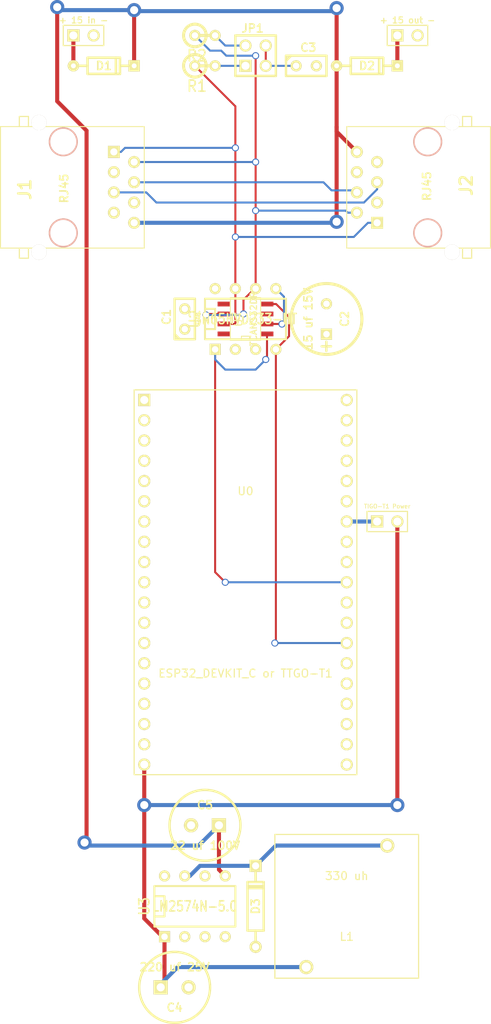
<source format=kicad_pcb>
(kicad_pcb (version 3) (host pcbnew "(22-Jun-2014 BZR 4027)-stable")

  (general
    (links 58)
    (no_connects 25)
    (area 106.108499 16.256 168.211501 145.821401)
    (thickness 1.6)
    (drawings 0)
    (tracks 129)
    (zones 0)
    (modules 21)
    (nets 18)
  )

  (page A3)
  (layers
    (15 F.Cu signal)
    (0 B.Cu signal)
    (16 B.Adhes user)
    (17 F.Adhes user)
    (18 B.Paste user)
    (19 F.Paste user)
    (20 B.SilkS user)
    (21 F.SilkS user)
    (22 B.Mask user)
    (23 F.Mask user)
    (24 Dwgs.User user)
    (25 Cmts.User user)
    (26 Eco1.User user)
    (27 Eco2.User user)
    (28 Edge.Cuts user)
  )

  (setup
    (last_trace_width 0.254)
    (user_trace_width 0.508)
    (trace_clearance 0.254)
    (zone_clearance 0.508)
    (zone_45_only no)
    (trace_min 0.254)
    (segment_width 0.2)
    (edge_width 0.1)
    (via_size 0.889)
    (via_drill 0.635)
    (via_min_size 0.889)
    (via_min_drill 0.508)
    (user_via 1.778 1.016)
    (uvia_size 0.508)
    (uvia_drill 0.127)
    (uvias_allowed no)
    (uvia_min_size 0.508)
    (uvia_min_drill 0.127)
    (pcb_text_width 0.3)
    (pcb_text_size 1.5 1.5)
    (mod_edge_width 0.15)
    (mod_text_size 1 1)
    (mod_text_width 0.15)
    (pad_size 1.524 1.524)
    (pad_drill 1.016)
    (pad_to_mask_clearance 0)
    (aux_axis_origin 0 0)
    (visible_elements 7FFFFFFF)
    (pcbplotparams
      (layerselection 3178497)
      (usegerberextensions true)
      (excludeedgelayer true)
      (linewidth 0.150000)
      (plotframeref false)
      (viasonmask false)
      (mode 1)
      (useauxorigin false)
      (hpglpennumber 1)
      (hpglpenspeed 20)
      (hpglpendiameter 15)
      (hpglpenoverlay 2)
      (psnegative false)
      (psa4output false)
      (plotreference true)
      (plotvalue true)
      (plotothertext true)
      (plotinvisibletext false)
      (padsonsilk false)
      (subtractmaskfromsilk false)
      (outputformat 1)
      (mirror false)
      (drillshape 1)
      (scaleselection 1)
      (outputdirectory ""))
  )

  (net 0 "")
  (net 1 +12V)
  (net 2 +5V)
  (net 3 "/CAN Transceiver/CANH")
  (net 4 "/CAN Transceiver/CANL")
  (net 5 "/CAN Transceiver/CAN_RX")
  (net 6 "/CAN Transceiver/CAN_TX")
  (net 7 3V3)
  (net 8 GND)
  (net 9 N-000003)
  (net 10 N-0000040)
  (net 11 N-0000041)
  (net 12 N-0000042)
  (net 13 N-0000044)
  (net 14 N-0000048)
  (net 15 N-0000049)
  (net 16 N-0000050)
  (net 17 N-0000052)

  (net_class Default "This is the default net class."
    (clearance 0.254)
    (trace_width 0.254)
    (via_dia 0.889)
    (via_drill 0.635)
    (uvia_dia 0.508)
    (uvia_drill 0.127)
    (add_net "")
    (add_net +12V)
    (add_net +5V)
    (add_net "/CAN Transceiver/CANH")
    (add_net "/CAN Transceiver/CANL")
    (add_net "/CAN Transceiver/CAN_RX")
    (add_net "/CAN Transceiver/CAN_TX")
    (add_net 3V3)
    (add_net GND)
    (add_net N-000003)
    (add_net N-0000040)
    (add_net N-0000041)
    (add_net N-0000042)
    (add_net N-0000044)
    (add_net N-0000048)
    (add_net N-0000049)
    (add_net N-0000050)
    (add_net N-0000052)
  )

  (module PIN_ARRAY_2X1 (layer F.Cu) (tedit 5C81D2B5) (tstamp 5C81D193)
    (at 154.94 82.55)
    (descr "Connecteurs 2 pins")
    (tags "CONN DEV")
    (path /5C81CE8C)
    (fp_text reference JP0 (at 0 -1.905) (layer F.SilkS) hide
      (effects (font (size 0.762 0.762) (thickness 0.1524)))
    )
    (fp_text value "TIGO-T1 Power" (at 0 -1.905) (layer F.SilkS)
      (effects (font (size 0.508 0.508) (thickness 0.1016)))
    )
    (fp_line (start -2.54 1.27) (end -2.54 -1.27) (layer F.SilkS) (width 0.1524))
    (fp_line (start -2.54 -1.27) (end 2.54 -1.27) (layer F.SilkS) (width 0.1524))
    (fp_line (start 2.54 -1.27) (end 2.54 1.27) (layer F.SilkS) (width 0.1524))
    (fp_line (start 2.54 1.27) (end -2.54 1.27) (layer F.SilkS) (width 0.1524))
    (pad 1 thru_hole rect (at -1.27 0) (size 1.524 1.524) (drill 1.016)
      (layers *.Cu *.Mask F.SilkS)
      (net 9 N-000003)
    )
    (pad 2 thru_hole circle (at 1.27 0) (size 1.524 1.524) (drill 1.016)
      (layers *.Cu *.Mask F.SilkS)
      (net 2 +5V)
    )
    (model pin_array/pins_array_2x1.wrl
      (at (xyz 0 0 0))
      (scale (xyz 1 1 1))
      (rotate (xyz 0 0 0))
    )
  )

  (module ESP32-Devkit-C (layer F.Cu) (tedit 5C81D2E8) (tstamp 5C81D1C1)
    (at 137.16 90.17)
    (path /5C81CCAA)
    (fp_text reference U0 (at 0 -11.43) (layer F.SilkS)
      (effects (font (size 1 1) (thickness 0.15)))
    )
    (fp_text value "ESP32_DEVKIT_C or TTGO-T1" (at 0 11.43) (layer F.SilkS)
      (effects (font (size 1 1) (thickness 0.15)))
    )
    (fp_line (start -13.97 -24.13) (end 13.97 -24.13) (layer F.SilkS) (width 0.15))
    (fp_line (start 13.97 -24.13) (end 13.97 24.13) (layer F.SilkS) (width 0.15))
    (fp_line (start 13.97 24.13) (end -13.97 24.13) (layer F.SilkS) (width 0.15))
    (fp_line (start -13.97 24.13) (end -13.97 -24.13) (layer F.SilkS) (width 0.15))
    (pad 1 thru_hole rect (at -12.7 -22.86) (size 1.524 1.524) (drill 1.016)
      (layers *.Cu *.Mask F.SilkS)
      (net 7 3V3)
    )
    (pad 2 thru_hole circle (at -12.7 -20.32) (size 1.524 1.524) (drill 1.016)
      (layers *.Cu *.Mask F.SilkS)
    )
    (pad 3 thru_hole circle (at -12.7 -17.78) (size 1.524 1.524) (drill 1.016)
      (layers *.Cu *.Mask F.SilkS)
    )
    (pad 4 thru_hole circle (at -12.7 -15.24) (size 1.524 1.524) (drill 1.016)
      (layers *.Cu *.Mask F.SilkS)
    )
    (pad 5 thru_hole circle (at -12.7 -12.7) (size 1.524 1.524) (drill 1.016)
      (layers *.Cu *.Mask F.SilkS)
    )
    (pad 6 thru_hole circle (at -12.7 -10.16) (size 1.524 1.524) (drill 1.016)
      (layers *.Cu *.Mask F.SilkS)
    )
    (pad 7 thru_hole circle (at -12.7 -7.62) (size 1.524 1.524) (drill 1.016)
      (layers *.Cu *.Mask F.SilkS)
    )
    (pad 8 thru_hole circle (at -12.7 -5.08) (size 1.524 1.524) (drill 1.016)
      (layers *.Cu *.Mask F.SilkS)
    )
    (pad 9 thru_hole circle (at -12.7 -2.54) (size 1.524 1.524) (drill 1.016)
      (layers *.Cu *.Mask F.SilkS)
    )
    (pad 10 thru_hole circle (at -12.7 0) (size 1.524 1.524) (drill 1.016)
      (layers *.Cu *.Mask F.SilkS)
    )
    (pad 11 thru_hole circle (at -12.7 2.54) (size 1.524 1.524) (drill 1.016)
      (layers *.Cu *.Mask F.SilkS)
    )
    (pad 12 thru_hole circle (at -12.7 5.08) (size 1.524 1.524) (drill 1.016)
      (layers *.Cu *.Mask F.SilkS)
    )
    (pad 13 thru_hole circle (at -12.7 7.62) (size 1.524 1.524) (drill 1.016)
      (layers *.Cu *.Mask F.SilkS)
    )
    (pad 14 thru_hole circle (at -12.7 10.16) (size 1.524 1.524) (drill 1.016)
      (layers *.Cu *.Mask F.SilkS)
      (net 8 GND)
    )
    (pad 15 thru_hole circle (at -12.7 12.7) (size 1.524 1.524) (drill 1.016)
      (layers *.Cu *.Mask F.SilkS)
    )
    (pad 16 thru_hole circle (at -12.7 15.24) (size 1.524 1.524) (drill 1.016)
      (layers *.Cu *.Mask F.SilkS)
    )
    (pad 17 thru_hole circle (at -12.7 17.78) (size 1.524 1.524) (drill 1.016)
      (layers *.Cu *.Mask F.SilkS)
    )
    (pad 18 thru_hole circle (at -12.7 20.32) (size 1.524 1.524) (drill 1.016)
      (layers *.Cu *.Mask F.SilkS)
    )
    (pad 19 thru_hole circle (at -12.7 22.86) (size 1.524 1.524) (drill 1.016)
      (layers *.Cu *.Mask F.SilkS)
      (net 2 +5V)
    )
    (pad 20 thru_hole circle (at 12.7 22.86) (size 1.524 1.524) (drill 1.016)
      (layers *.Cu *.Mask F.SilkS)
    )
    (pad 21 thru_hole circle (at 12.7 20.32) (size 1.524 1.524) (drill 1.016)
      (layers *.Cu *.Mask F.SilkS)
    )
    (pad 22 thru_hole circle (at 12.7 17.78) (size 1.524 1.524) (drill 1.016)
      (layers *.Cu *.Mask F.SilkS)
    )
    (pad 23 thru_hole circle (at 12.7 15.24) (size 1.524 1.524) (drill 1.016)
      (layers *.Cu *.Mask F.SilkS)
    )
    (pad 24 thru_hole circle (at 12.7 12.7) (size 1.524 1.524) (drill 1.016)
      (layers *.Cu *.Mask F.SilkS)
    )
    (pad 25 thru_hole circle (at 12.7 10.16) (size 1.524 1.524) (drill 1.016)
      (layers *.Cu *.Mask F.SilkS)
    )
    (pad 26 thru_hole circle (at 12.7 7.62) (size 1.524 1.524) (drill 1.016)
      (layers *.Cu *.Mask F.SilkS)
      (net 5 "/CAN Transceiver/CAN_RX")
    )
    (pad 27 thru_hole circle (at 12.7 5.08) (size 1.524 1.524) (drill 1.016)
      (layers *.Cu *.Mask F.SilkS)
    )
    (pad 28 thru_hole circle (at 12.7 2.54) (size 1.524 1.524) (drill 1.016)
      (layers *.Cu *.Mask F.SilkS)
    )
    (pad 29 thru_hole circle (at 12.7 0) (size 1.524 1.524) (drill 1.016)
      (layers *.Cu *.Mask F.SilkS)
      (net 6 "/CAN Transceiver/CAN_TX")
    )
    (pad 30 thru_hole circle (at 12.7 -2.54) (size 1.524 1.524) (drill 1.016)
      (layers *.Cu *.Mask F.SilkS)
    )
    (pad 31 thru_hole circle (at 12.7 -5.08) (size 1.524 1.524) (drill 1.016)
      (layers *.Cu *.Mask F.SilkS)
    )
    (pad 32 thru_hole circle (at 12.7 -7.62) (size 1.524 1.524) (drill 1.016)
      (layers *.Cu *.Mask F.SilkS)
      (net 9 N-000003)
    )
    (pad 33 thru_hole circle (at 12.7 -10.16) (size 1.524 1.524) (drill 1.016)
      (layers *.Cu *.Mask F.SilkS)
    )
    (pad 34 thru_hole circle (at 12.7 -12.7) (size 1.524 1.524) (drill 1.016)
      (layers *.Cu *.Mask F.SilkS)
    )
    (pad 35 thru_hole circle (at 12.7 -15.24) (size 1.524 1.524) (drill 1.016)
      (layers *.Cu *.Mask F.SilkS)
    )
    (pad 36 thru_hole circle (at 12.7 -17.78) (size 1.524 1.524) (drill 1.016)
      (layers *.Cu *.Mask F.SilkS)
    )
    (pad 37 thru_hole circle (at 12.7 -20.32) (size 1.524 1.524) (drill 1.016)
      (layers *.Cu *.Mask F.SilkS)
    )
    (pad 38 thru_hole circle (at 12.7 -22.86) (size 1.524 1.524) (drill 1.016)
      (layers *.Cu *.Mask F.SilkS)
      (net 8 GND)
    )
  )

  (module SOIC-8_N (layer F.Cu) (tedit 515D92CB) (tstamp 5C82A056)
    (at 137.16 57.15 90)
    (descr "module CMS SOJ 8 pins etroit")
    (tags "CMS SOJ")
    (path /5C828AE5/5C828C17)
    (attr smd)
    (fp_text reference U1 (at 0 -0.889 90) (layer F.SilkS)
      (effects (font (size 1 1) (thickness 0.15)))
    )
    (fp_text value TCAN332DR (at 0 1.016 90) (layer F.SilkS)
      (effects (font (size 0.8 0.8) (thickness 0.15)))
    )
    (fp_line (start -2.667 1.778) (end -2.667 1.905) (layer F.SilkS) (width 0.127))
    (fp_line (start -2.667 1.905) (end 2.667 1.905) (layer F.SilkS) (width 0.127))
    (fp_line (start 2.667 -1.905) (end -2.667 -1.905) (layer F.SilkS) (width 0.127))
    (fp_line (start -2.667 -1.905) (end -2.667 1.778) (layer F.SilkS) (width 0.127))
    (fp_line (start -2.667 -0.508) (end -2.159 -0.508) (layer F.SilkS) (width 0.127))
    (fp_line (start -2.159 -0.508) (end -2.159 0.508) (layer F.SilkS) (width 0.127))
    (fp_line (start -2.159 0.508) (end -2.667 0.508) (layer F.SilkS) (width 0.127))
    (fp_line (start 2.667 -1.905) (end 2.667 1.905) (layer F.SilkS) (width 0.127))
    (pad 8 smd rect (at -1.875 -2.7 90) (size 0.6 1.6)
      (layers F.Cu F.Paste F.Mask)
    )
    (pad 1 smd rect (at -1.875 2.7 90) (size 0.6 1.6)
      (layers F.Cu F.Paste F.Mask)
      (net 6 "/CAN Transceiver/CAN_TX")
    )
    (pad 7 smd rect (at -0.625 -2.7 90) (size 0.6 1.6)
      (layers F.Cu F.Paste F.Mask)
      (net 3 "/CAN Transceiver/CANH")
    )
    (pad 6 smd rect (at 0.625 -2.7 90) (size 0.6 1.6)
      (layers F.Cu F.Paste F.Mask)
      (net 4 "/CAN Transceiver/CANL")
    )
    (pad 5 smd rect (at 1.875 -2.7 90) (size 0.6 1.6)
      (layers F.Cu F.Paste F.Mask)
    )
    (pad 2 smd rect (at -0.625 2.7 90) (size 0.6 1.6)
      (layers F.Cu F.Paste F.Mask)
      (net 8 GND)
    )
    (pad 3 smd rect (at 0.625 2.7 90) (size 0.6 1.6)
      (layers F.Cu F.Paste F.Mask)
      (net 7 3V3)
    )
    (pad 4 smd rect (at 1.875 2.7 90) (size 0.6 1.6)
      (layers F.Cu F.Paste F.Mask)
      (net 5 "/CAN Transceiver/CAN_RX")
    )
    (model smd/cms_so8.wrl
      (at (xyz 0 0 0))
      (scale (xyz 0.5 0.32 0.5))
      (rotate (xyz 0 0 0))
    )
  )

  (module ScrewTerm2.54-2 (layer F.Cu) (tedit 594CFC1E) (tstamp 5C82A060)
    (at 116.84 21.59)
    (descr "Connecteurs 2 pins")
    (tags "CONN DEV")
    (path /5C828AE5/5C82965E)
    (fp_text reference T1 (at -2.7 -1.9) (layer F.SilkS) hide
      (effects (font (size 0.762 0.762) (thickness 0.1524)))
    )
    (fp_text value "+ 15 in -" (at 0 -1.905) (layer F.SilkS)
      (effects (font (size 0.762 0.762) (thickness 0.1524)))
    )
    (fp_line (start -2.54 1.27) (end -2.54 -1.27) (layer F.SilkS) (width 0.1524))
    (fp_line (start -2.54 -1.27) (end 2.54 -1.27) (layer F.SilkS) (width 0.1524))
    (fp_line (start 2.54 -1.27) (end 2.54 1.27) (layer F.SilkS) (width 0.1524))
    (fp_line (start 2.54 1.27) (end -2.54 1.27) (layer F.SilkS) (width 0.1524))
    (pad 1 thru_hole rect (at -1.27 0 90) (size 1.524 1.524) (drill 1.016)
      (layers *.Cu *.Mask F.SilkS)
      (net 12 N-0000042)
    )
    (pad 2 thru_hole circle (at 1.27 0 90) (size 1.524 1.524) (drill 1.016)
      (layers *.Cu *.Mask F.SilkS)
      (net 8 GND)
    )
    (model walter/conn_screw/mors_2p.wrl
      (at (xyz 0 0 0))
      (scale (xyz 0.5 0.5 0.5))
      (rotate (xyz 0 0 180))
    )
  )

  (module ScrewTerm2.54-2 (layer F.Cu) (tedit 594CFC1E) (tstamp 5C82A06A)
    (at 157.48 21.59)
    (descr "Connecteurs 2 pins")
    (tags "CONN DEV")
    (path /5C828AE5/5C829479)
    (fp_text reference T2 (at -2.7 -1.9) (layer F.SilkS) hide
      (effects (font (size 0.762 0.762) (thickness 0.1524)))
    )
    (fp_text value "+ 15 out -" (at 0 -1.905) (layer F.SilkS)
      (effects (font (size 0.762 0.762) (thickness 0.1524)))
    )
    (fp_line (start -2.54 1.27) (end -2.54 -1.27) (layer F.SilkS) (width 0.1524))
    (fp_line (start -2.54 -1.27) (end 2.54 -1.27) (layer F.SilkS) (width 0.1524))
    (fp_line (start 2.54 -1.27) (end 2.54 1.27) (layer F.SilkS) (width 0.1524))
    (fp_line (start 2.54 1.27) (end -2.54 1.27) (layer F.SilkS) (width 0.1524))
    (pad 1 thru_hole rect (at -1.27 0 90) (size 1.524 1.524) (drill 1.016)
      (layers *.Cu *.Mask F.SilkS)
      (net 13 N-0000044)
    )
    (pad 2 thru_hole circle (at 1.27 0 90) (size 1.524 1.524) (drill 1.016)
      (layers *.Cu *.Mask F.SilkS)
      (net 8 GND)
    )
    (model walter/conn_screw/mors_2p.wrl
      (at (xyz 0 0 0))
      (scale (xyz 0.5 0.5 0.5))
      (rotate (xyz 0 0 180))
    )
  )

  (module RJ45_8N-S (layer F.Cu) (tedit 58F90078) (tstamp 5C82A084)
    (at 114.3 40.64 270)
    (tags RJ45)
    (path /5C828AE5/5C829180)
    (fp_text reference J1 (at 0.254 4.826 270) (layer F.SilkS)
      (effects (font (size 1.524 1.524) (thickness 0.3048)))
    )
    (fp_text value RJ45 (at 0.14224 -0.1016 270) (layer F.SilkS)
      (effects (font (size 1.00076 1.00076) (thickness 0.2032)))
    )
    (fp_line (start -7.62 5.5118) (end -8.89 5.5118) (layer F.SilkS) (width 0.15))
    (fp_line (start -8.89 5.5118) (end -8.89 4.3688) (layer F.SilkS) (width 0.15))
    (fp_line (start -8.89 4.3688) (end -7.62 4.3688) (layer F.SilkS) (width 0.15))
    (fp_line (start 7.62 5.5118) (end 8.89 5.5118) (layer F.SilkS) (width 0.15))
    (fp_line (start 8.89 5.5118) (end 8.89 4.3688) (layer F.SilkS) (width 0.15))
    (fp_line (start 8.89 4.3688) (end 7.62 4.3688) (layer F.SilkS) (width 0.15))
    (fp_line (start -7.62 7.874) (end 7.62 7.874) (layer F.SilkS) (width 0.127))
    (fp_line (start 7.62 7.874) (end 7.62 -10.16) (layer F.SilkS) (width 0.127))
    (fp_line (start 7.62 -10.16) (end -7.62 -10.16) (layer F.SilkS) (width 0.127))
    (fp_line (start -7.62 -10.16) (end -7.62 7.874) (layer F.SilkS) (width 0.127))
    (pad "" np_thru_hole circle (at 5.715 0 270) (size 3.64998 3.64998) (drill 3.2512)
      (layers *.Cu *.SilkS *.Mask)
    )
    (pad "" np_thru_hole circle (at -5.715 0 270) (size 3.64998 3.64998) (drill 3.2512)
      (layers *.Cu *.SilkS *.Mask)
    )
    (pad 1 thru_hole rect (at -4.445 -6.35 270) (size 1.50114 1.50114) (drill 0.89916)
      (layers *.Cu *.Mask F.SilkS)
      (net 3 "/CAN Transceiver/CANH")
    )
    (pad 2 thru_hole circle (at -3.175 -8.89 270) (size 1.50114 1.50114) (drill 0.89916)
      (layers *.Cu *.Mask F.SilkS)
      (net 4 "/CAN Transceiver/CANL")
    )
    (pad 3 thru_hole circle (at -1.905 -6.35 270) (size 1.50114 1.50114) (drill 0.89916)
      (layers *.Cu *.Mask F.SilkS)
      (net 8 GND)
    )
    (pad 4 thru_hole circle (at -0.635 -8.89 270) (size 1.50114 1.50114) (drill 0.89916)
      (layers *.Cu *.Mask F.SilkS)
      (net 10 N-0000040)
    )
    (pad 5 thru_hole circle (at 0.635 -6.35 270) (size 1.50114 1.50114) (drill 0.89916)
      (layers *.Cu *.Mask F.SilkS)
      (net 11 N-0000041)
    )
    (pad 6 thru_hole circle (at 1.905 -8.89 270) (size 1.50114 1.50114) (drill 0.89916)
      (layers *.Cu *.Mask F.SilkS)
      (net 8 GND)
    )
    (pad 7 thru_hole circle (at 3.175 -6.35 270) (size 1.50114 1.50114) (drill 0.89916)
      (layers *.Cu *.Mask F.SilkS)
      (net 8 GND)
    )
    (pad 8 thru_hole circle (at 4.445 -8.89 270) (size 1.50114 1.50114) (drill 0.89916)
      (layers *.Cu *.Mask F.SilkS)
      (net 1 +12V)
    )
    (pad "" thru_hole circle (at -8.128 3.048 270) (size 1.9304 1.9304) (drill 1.9304)
      (layers *.Cu *.Mask F.SilkS)
    )
    (pad "" thru_hole circle (at 8.128 3.048 270) (size 1.9304 1.9304) (drill 1.9304)
      (layers *.Cu *.Mask F.SilkS)
    )
    (model connectors/RJ45_8.wrl
      (at (xyz 0 0 0))
      (scale (xyz 0.4 0.4 0.4))
      (rotate (xyz 0 0 0))
    )
  )

  (module RJ45_8N-S (layer F.Cu) (tedit 58F90078) (tstamp 5C82A09E)
    (at 160.02 40.64 90)
    (tags RJ45)
    (path /5C828AE5/5C829171)
    (fp_text reference J2 (at 0.254 4.826 90) (layer F.SilkS)
      (effects (font (size 1.524 1.524) (thickness 0.3048)))
    )
    (fp_text value RJ45 (at 0.14224 -0.1016 90) (layer F.SilkS)
      (effects (font (size 1.00076 1.00076) (thickness 0.2032)))
    )
    (fp_line (start -7.62 5.5118) (end -8.89 5.5118) (layer F.SilkS) (width 0.15))
    (fp_line (start -8.89 5.5118) (end -8.89 4.3688) (layer F.SilkS) (width 0.15))
    (fp_line (start -8.89 4.3688) (end -7.62 4.3688) (layer F.SilkS) (width 0.15))
    (fp_line (start 7.62 5.5118) (end 8.89 5.5118) (layer F.SilkS) (width 0.15))
    (fp_line (start 8.89 5.5118) (end 8.89 4.3688) (layer F.SilkS) (width 0.15))
    (fp_line (start 8.89 4.3688) (end 7.62 4.3688) (layer F.SilkS) (width 0.15))
    (fp_line (start -7.62 7.874) (end 7.62 7.874) (layer F.SilkS) (width 0.127))
    (fp_line (start 7.62 7.874) (end 7.62 -10.16) (layer F.SilkS) (width 0.127))
    (fp_line (start 7.62 -10.16) (end -7.62 -10.16) (layer F.SilkS) (width 0.127))
    (fp_line (start -7.62 -10.16) (end -7.62 7.874) (layer F.SilkS) (width 0.127))
    (pad "" np_thru_hole circle (at 5.715 0 90) (size 3.64998 3.64998) (drill 3.2512)
      (layers *.Cu *.SilkS *.Mask)
    )
    (pad "" np_thru_hole circle (at -5.715 0 90) (size 3.64998 3.64998) (drill 3.2512)
      (layers *.Cu *.SilkS *.Mask)
    )
    (pad 1 thru_hole rect (at -4.445 -6.35 90) (size 1.50114 1.50114) (drill 0.89916)
      (layers *.Cu *.Mask F.SilkS)
      (net 3 "/CAN Transceiver/CANH")
    )
    (pad 2 thru_hole circle (at -3.175 -8.89 90) (size 1.50114 1.50114) (drill 0.89916)
      (layers *.Cu *.Mask F.SilkS)
      (net 4 "/CAN Transceiver/CANL")
    )
    (pad 3 thru_hole circle (at -1.905 -6.35 90) (size 1.50114 1.50114) (drill 0.89916)
      (layers *.Cu *.Mask F.SilkS)
      (net 8 GND)
    )
    (pad 4 thru_hole circle (at -0.635 -8.89 90) (size 1.50114 1.50114) (drill 0.89916)
      (layers *.Cu *.Mask F.SilkS)
      (net 10 N-0000040)
    )
    (pad 5 thru_hole circle (at 0.635 -6.35 90) (size 1.50114 1.50114) (drill 0.89916)
      (layers *.Cu *.Mask F.SilkS)
      (net 11 N-0000041)
    )
    (pad 6 thru_hole circle (at 1.905 -8.89 90) (size 1.50114 1.50114) (drill 0.89916)
      (layers *.Cu *.Mask F.SilkS)
      (net 8 GND)
    )
    (pad 7 thru_hole circle (at 3.175 -6.35 90) (size 1.50114 1.50114) (drill 0.89916)
      (layers *.Cu *.Mask F.SilkS)
      (net 8 GND)
    )
    (pad 8 thru_hole circle (at 4.445 -8.89 90) (size 1.50114 1.50114) (drill 0.89916)
      (layers *.Cu *.Mask F.SilkS)
      (net 1 +12V)
    )
    (pad "" thru_hole circle (at -8.128 3.048 90) (size 1.9304 1.9304) (drill 1.9304)
      (layers *.Cu *.Mask F.SilkS)
    )
    (pad "" thru_hole circle (at 8.128 3.048 90) (size 1.9304 1.9304) (drill 1.9304)
      (layers *.Cu *.Mask F.SilkS)
    )
    (model connectors/RJ45_8.wrl
      (at (xyz 0 0 0))
      (scale (xyz 0.4 0.4 0.4))
      (rotate (xyz 0 0 0))
    )
  )

  (module R1 (layer F.Cu) (tedit 200000) (tstamp 5C82A0A6)
    (at 132.08 21.59)
    (descr "Resistance verticale")
    (tags R)
    (path /5C828AE5/5C828FA2)
    (autoplace_cost90 10)
    (autoplace_cost180 10)
    (fp_text reference R2 (at -1.016 2.54) (layer F.SilkS)
      (effects (font (size 1.397 1.27) (thickness 0.2032)))
    )
    (fp_text value "60 Ohms" (at -1.143 2.54) (layer F.SilkS) hide
      (effects (font (size 1.397 1.27) (thickness 0.2032)))
    )
    (fp_line (start -1.27 0) (end 1.27 0) (layer F.SilkS) (width 0.381))
    (fp_circle (center -1.27 0) (end -0.635 1.27) (layer F.SilkS) (width 0.381))
    (pad 1 thru_hole circle (at -1.27 0) (size 1.397 1.397) (drill 0.8128)
      (layers *.Cu *.Mask F.SilkS)
      (net 4 "/CAN Transceiver/CANL")
    )
    (pad 2 thru_hole circle (at 1.27 0) (size 1.397 1.397) (drill 0.8128)
      (layers *.Cu *.Mask F.SilkS)
      (net 14 N-0000048)
    )
    (model discret/verti_resistor.wrl
      (at (xyz 0 0 0))
      (scale (xyz 1 1 1))
      (rotate (xyz 0 0 0))
    )
  )

  (module R1 (layer F.Cu) (tedit 200000) (tstamp 5C82A0AE)
    (at 132.08 25.4)
    (descr "Resistance verticale")
    (tags R)
    (path /5C828AE5/5C828F93)
    (autoplace_cost90 10)
    (autoplace_cost180 10)
    (fp_text reference R1 (at -1.016 2.54) (layer F.SilkS)
      (effects (font (size 1.397 1.27) (thickness 0.2032)))
    )
    (fp_text value "60 Ohms" (at -1.143 2.54) (layer F.SilkS) hide
      (effects (font (size 1.397 1.27) (thickness 0.2032)))
    )
    (fp_line (start -1.27 0) (end 1.27 0) (layer F.SilkS) (width 0.381))
    (fp_circle (center -1.27 0) (end -0.635 1.27) (layer F.SilkS) (width 0.381))
    (pad 1 thru_hole circle (at -1.27 0) (size 1.397 1.397) (drill 0.8128)
      (layers *.Cu *.Mask F.SilkS)
      (net 3 "/CAN Transceiver/CANH")
    )
    (pad 2 thru_hole circle (at 1.27 0) (size 1.397 1.397) (drill 0.8128)
      (layers *.Cu *.Mask F.SilkS)
      (net 15 N-0000049)
    )
    (model discret/verti_resistor.wrl
      (at (xyz 0 0 0))
      (scale (xyz 1 1 1))
      (rotate (xyz 0 0 0))
    )
  )

  (module PIN_ARRAY_2X2 (layer F.Cu) (tedit 3FAB87D4) (tstamp 5C82A0BA)
    (at 138.43 24.13)
    (descr "Double rangee de contacts 2 x 2 pins")
    (tags CONN)
    (path /5C828AE5/5C829002)
    (fp_text reference JP1 (at -0.381 -3.429) (layer F.SilkS)
      (effects (font (size 1.016 1.016) (thickness 0.2032)))
    )
    (fp_text value Termination (at 0 3.048) (layer F.SilkS) hide
      (effects (font (size 1.016 1.016) (thickness 0.2032)))
    )
    (fp_line (start -2.54 -2.54) (end 2.54 -2.54) (layer F.SilkS) (width 0.3048))
    (fp_line (start 2.54 -2.54) (end 2.54 2.54) (layer F.SilkS) (width 0.3048))
    (fp_line (start 2.54 2.54) (end -2.54 2.54) (layer F.SilkS) (width 0.3048))
    (fp_line (start -2.54 2.54) (end -2.54 -2.54) (layer F.SilkS) (width 0.3048))
    (pad 1 thru_hole rect (at -1.27 1.27) (size 1.524 1.524) (drill 1.016)
      (layers *.Cu *.Mask F.SilkS)
      (net 15 N-0000049)
    )
    (pad 2 thru_hole circle (at -1.27 -1.27) (size 1.524 1.524) (drill 1.016)
      (layers *.Cu *.Mask F.SilkS)
      (net 14 N-0000048)
    )
    (pad 3 thru_hole circle (at 1.27 1.27) (size 1.524 1.524) (drill 1.016)
      (layers *.Cu *.Mask F.SilkS)
      (net 16 N-0000050)
    )
    (pad 4 thru_hole circle (at 1.27 -1.27) (size 1.524 1.524) (drill 1.016)
      (layers *.Cu *.Mask F.SilkS)
      (net 16 N-0000050)
    )
    (model pin_array/pins_array_2x2.wrl
      (at (xyz 0 0 0))
      (scale (xyz 1 1 1))
      (rotate (xyz 0 0 0))
    )
  )

  (module PE-LowProfile (layer F.Cu) (tedit 5C7D3398) (tstamp 5C82A0C4)
    (at 149.86 130.81 180)
    (path /5C828B13/5C829D66)
    (fp_text reference L1 (at 0 -3.81 180) (layer F.SilkS)
      (effects (font (size 1 1) (thickness 0.15)))
    )
    (fp_text value "330 uh" (at 0 3.81 180) (layer F.SilkS)
      (effects (font (size 1 1) (thickness 0.15)))
    )
    (fp_line (start -9.015 -9.015) (end 9.015 -9.015) (layer F.SilkS) (width 0.15))
    (fp_line (start 9.015 -9.015) (end 9.015 9.015) (layer F.SilkS) (width 0.15))
    (fp_line (start 9.015 9.015) (end -9.015 9.015) (layer F.SilkS) (width 0.15))
    (fp_line (start -9.015 9.015) (end -9.015 -9.015) (layer F.SilkS) (width 0.15))
    (pad 1 thru_hole circle (at 5.08 -7.62 180) (size 1.78 1.78) (drill 1.14)
      (layers *.Cu *.Mask F.SilkS)
      (net 2 +5V)
    )
    (pad 2 thru_hole circle (at -5.08 7.62 180) (size 1.78 1.78) (drill 1.14)
      (layers *.Cu *.Mask F.SilkS)
      (net 17 N-0000052)
    )
  )

  (module DO-41 (layer F.Cu) (tedit 4C5F69ED) (tstamp 5C82A0D6)
    (at 138.43 130.81 90)
    (descr "Diode 3 pas")
    (tags "DIODE DEV")
    (path /5C828B13/5C829D75)
    (fp_text reference D3 (at 0 0 90) (layer F.SilkS)
      (effects (font (size 1.016 1.016) (thickness 0.2032)))
    )
    (fp_text value SB160-E3/54 (at 0 0 90) (layer F.SilkS) hide
      (effects (font (size 1.016 1.016) (thickness 0.2032)))
    )
    (fp_line (start -3.81 0) (end -5.08 0) (layer F.SilkS) (width 0.3175))
    (fp_line (start 3.81 0) (end 5.08 0) (layer F.SilkS) (width 0.3175))
    (fp_line (start 3.81 0) (end 3.048 0) (layer F.SilkS) (width 0.3175))
    (fp_line (start 3.048 0) (end 3.048 -1.016) (layer F.SilkS) (width 0.3048))
    (fp_line (start 3.048 -1.016) (end -3.048 -1.016) (layer F.SilkS) (width 0.3048))
    (fp_line (start -3.048 -1.016) (end -3.048 0) (layer F.SilkS) (width 0.3048))
    (fp_line (start -3.048 0) (end -3.81 0) (layer F.SilkS) (width 0.3048))
    (fp_line (start -3.048 0) (end -3.048 1.016) (layer F.SilkS) (width 0.3048))
    (fp_line (start -3.048 1.016) (end 3.048 1.016) (layer F.SilkS) (width 0.3048))
    (fp_line (start 3.048 1.016) (end 3.048 0) (layer F.SilkS) (width 0.3048))
    (fp_line (start 2.54 -1.016) (end 2.54 1.016) (layer F.SilkS) (width 0.3048))
    (fp_line (start 2.286 1.016) (end 2.286 -1.016) (layer F.SilkS) (width 0.3048))
    (pad 2 thru_hole rect (at 5.08 0 90) (size 1.524 1.524) (drill 0.889)
      (layers *.Cu *.Mask F.SilkS)
      (net 17 N-0000052)
    )
    (pad 1 thru_hole circle (at -5.08 0 90) (size 1.524 1.524) (drill 0.889)
      (layers *.Cu *.Mask F.SilkS)
      (net 8 GND)
    )
  )

  (module DO-35 (layer F.Cu) (tedit 4C5F69DC) (tstamp 5C82A0E3)
    (at 152.4 25.4)
    (descr "Diode 3 pas")
    (tags "DIODE DEV")
    (path /5C828AE5/5C829535)
    (fp_text reference D2 (at 0 0) (layer F.SilkS)
      (effects (font (size 1.016 1.016) (thickness 0.2032)))
    )
    (fp_text value SB240E (at 0 0) (layer F.SilkS) hide
      (effects (font (size 1.016 1.016) (thickness 0.2032)))
    )
    (fp_line (start 2.032 0) (end 3.81 0) (layer F.SilkS) (width 0.3175))
    (fp_line (start -2.032 0) (end -3.81 0) (layer F.SilkS) (width 0.3175))
    (fp_line (start 1.524 -1.016) (end 1.524 1.016) (layer F.SilkS) (width 0.3175))
    (fp_line (start -2.032 -1.016) (end -2.032 1.016) (layer F.SilkS) (width 0.3175))
    (fp_line (start -2.032 1.016) (end 2.032 1.016) (layer F.SilkS) (width 0.3175))
    (fp_line (start 2.032 1.016) (end 2.032 -1.016) (layer F.SilkS) (width 0.3175))
    (fp_line (start 2.032 -1.016) (end -2.032 -1.016) (layer F.SilkS) (width 0.3175))
    (pad 2 thru_hole rect (at 3.81 0) (size 1.4224 1.4224) (drill 0.6096)
      (layers *.Cu *.Mask F.SilkS)
      (net 13 N-0000044)
    )
    (pad 1 thru_hole circle (at -3.81 0) (size 1.4224 1.4224) (drill 0.6096)
      (layers *.Cu *.Mask F.SilkS)
      (net 1 +12V)
    )
    (model discret/diode.wrl
      (at (xyz 0 0 0))
      (scale (xyz 0.3 0.3 0.3))
      (rotate (xyz 0 0 0))
    )
  )

  (module DO-35 (layer F.Cu) (tedit 4C5F69DC) (tstamp 5C82A0F0)
    (at 119.38 25.4)
    (descr "Diode 3 pas")
    (tags "DIODE DEV")
    (path /5C828AE5/5C8297A7)
    (fp_text reference D1 (at 0 0) (layer F.SilkS)
      (effects (font (size 1.016 1.016) (thickness 0.2032)))
    )
    (fp_text value SB240E (at 0 0) (layer F.SilkS) hide
      (effects (font (size 1.016 1.016) (thickness 0.2032)))
    )
    (fp_line (start 2.032 0) (end 3.81 0) (layer F.SilkS) (width 0.3175))
    (fp_line (start -2.032 0) (end -3.81 0) (layer F.SilkS) (width 0.3175))
    (fp_line (start 1.524 -1.016) (end 1.524 1.016) (layer F.SilkS) (width 0.3175))
    (fp_line (start -2.032 -1.016) (end -2.032 1.016) (layer F.SilkS) (width 0.3175))
    (fp_line (start -2.032 1.016) (end 2.032 1.016) (layer F.SilkS) (width 0.3175))
    (fp_line (start 2.032 1.016) (end 2.032 -1.016) (layer F.SilkS) (width 0.3175))
    (fp_line (start 2.032 -1.016) (end -2.032 -1.016) (layer F.SilkS) (width 0.3175))
    (pad 2 thru_hole rect (at 3.81 0) (size 1.4224 1.4224) (drill 0.6096)
      (layers *.Cu *.Mask F.SilkS)
      (net 1 +12V)
    )
    (pad 1 thru_hole circle (at -3.81 0) (size 1.4224 1.4224) (drill 0.6096)
      (layers *.Cu *.Mask F.SilkS)
      (net 12 N-0000042)
    )
    (model discret/diode.wrl
      (at (xyz 0 0 0))
      (scale (xyz 0.3 0.3 0.3))
      (rotate (xyz 0 0 0))
    )
  )

  (module DIP-8__300 (layer F.Cu) (tedit 43A7F843) (tstamp 5C82A103)
    (at 137.16 57.15)
    (descr "8 pins DIL package, round pads")
    (tags DIL)
    (path /5C828AE5/5C828BDF)
    (fp_text reference U2 (at -6.35 0 90) (layer F.SilkS)
      (effects (font (size 1.27 1.143) (thickness 0.2032)))
    )
    (fp_text value SN65HVD233-HT (at 0 0) (layer F.SilkS)
      (effects (font (size 1.27 1.016) (thickness 0.2032)))
    )
    (fp_line (start -5.08 -1.27) (end -3.81 -1.27) (layer F.SilkS) (width 0.254))
    (fp_line (start -3.81 -1.27) (end -3.81 1.27) (layer F.SilkS) (width 0.254))
    (fp_line (start -3.81 1.27) (end -5.08 1.27) (layer F.SilkS) (width 0.254))
    (fp_line (start -5.08 -2.54) (end 5.08 -2.54) (layer F.SilkS) (width 0.254))
    (fp_line (start 5.08 -2.54) (end 5.08 2.54) (layer F.SilkS) (width 0.254))
    (fp_line (start 5.08 2.54) (end -5.08 2.54) (layer F.SilkS) (width 0.254))
    (fp_line (start -5.08 2.54) (end -5.08 -2.54) (layer F.SilkS) (width 0.254))
    (pad 1 thru_hole rect (at -3.81 3.81) (size 1.397 1.397) (drill 0.8128)
      (layers *.Cu *.Mask F.SilkS)
      (net 6 "/CAN Transceiver/CAN_TX")
    )
    (pad 2 thru_hole circle (at -1.27 3.81) (size 1.397 1.397) (drill 0.8128)
      (layers *.Cu *.Mask F.SilkS)
      (net 8 GND)
    )
    (pad 3 thru_hole circle (at 1.27 3.81) (size 1.397 1.397) (drill 0.8128)
      (layers *.Cu *.Mask F.SilkS)
      (net 7 3V3)
    )
    (pad 4 thru_hole circle (at 3.81 3.81) (size 1.397 1.397) (drill 0.8128)
      (layers *.Cu *.Mask F.SilkS)
      (net 5 "/CAN Transceiver/CAN_RX")
    )
    (pad 5 thru_hole circle (at 3.81 -3.81) (size 1.397 1.397) (drill 0.8128)
      (layers *.Cu *.Mask F.SilkS)
      (net 8 GND)
    )
    (pad 6 thru_hole circle (at 1.27 -3.81) (size 1.397 1.397) (drill 0.8128)
      (layers *.Cu *.Mask F.SilkS)
      (net 4 "/CAN Transceiver/CANL")
    )
    (pad 7 thru_hole circle (at -1.27 -3.81) (size 1.397 1.397) (drill 0.8128)
      (layers *.Cu *.Mask F.SilkS)
      (net 3 "/CAN Transceiver/CANH")
    )
    (pad 8 thru_hole circle (at -3.81 -3.81) (size 1.397 1.397) (drill 0.8128)
      (layers *.Cu *.Mask F.SilkS)
      (net 8 GND)
    )
    (model dil/dil_8.wrl
      (at (xyz 0 0 0))
      (scale (xyz 1 1 1))
      (rotate (xyz 0 0 0))
    )
  )

  (module DIP-8__300 (layer F.Cu) (tedit 43A7F843) (tstamp 5C82A116)
    (at 130.81 130.81)
    (descr "8 pins DIL package, round pads")
    (tags DIL)
    (path /5C828B13/5C829CEE)
    (fp_text reference U3 (at -6.35 0 90) (layer F.SilkS)
      (effects (font (size 1.27 1.143) (thickness 0.2032)))
    )
    (fp_text value LM2574N-5.0 (at 0 0) (layer F.SilkS)
      (effects (font (size 1.27 1.016) (thickness 0.2032)))
    )
    (fp_line (start -5.08 -1.27) (end -3.81 -1.27) (layer F.SilkS) (width 0.254))
    (fp_line (start -3.81 -1.27) (end -3.81 1.27) (layer F.SilkS) (width 0.254))
    (fp_line (start -3.81 1.27) (end -5.08 1.27) (layer F.SilkS) (width 0.254))
    (fp_line (start -5.08 -2.54) (end 5.08 -2.54) (layer F.SilkS) (width 0.254))
    (fp_line (start 5.08 -2.54) (end 5.08 2.54) (layer F.SilkS) (width 0.254))
    (fp_line (start 5.08 2.54) (end -5.08 2.54) (layer F.SilkS) (width 0.254))
    (fp_line (start -5.08 2.54) (end -5.08 -2.54) (layer F.SilkS) (width 0.254))
    (pad 1 thru_hole rect (at -3.81 3.81) (size 1.397 1.397) (drill 0.8128)
      (layers *.Cu *.Mask F.SilkS)
      (net 2 +5V)
    )
    (pad 2 thru_hole circle (at -1.27 3.81) (size 1.397 1.397) (drill 0.8128)
      (layers *.Cu *.Mask F.SilkS)
      (net 8 GND)
    )
    (pad 3 thru_hole circle (at 1.27 3.81) (size 1.397 1.397) (drill 0.8128)
      (layers *.Cu *.Mask F.SilkS)
      (net 8 GND)
    )
    (pad 4 thru_hole circle (at 3.81 3.81) (size 1.397 1.397) (drill 0.8128)
      (layers *.Cu *.Mask F.SilkS)
      (net 8 GND)
    )
    (pad 5 thru_hole circle (at 3.81 -3.81) (size 1.397 1.397) (drill 0.8128)
      (layers *.Cu *.Mask F.SilkS)
      (net 1 +12V)
    )
    (pad 6 thru_hole circle (at 1.27 -3.81) (size 1.397 1.397) (drill 0.8128)
      (layers *.Cu *.Mask F.SilkS)
    )
    (pad 7 thru_hole circle (at -1.27 -3.81) (size 1.397 1.397) (drill 0.8128)
      (layers *.Cu *.Mask F.SilkS)
      (net 17 N-0000052)
    )
    (pad 8 thru_hole circle (at -3.81 -3.81) (size 1.397 1.397) (drill 0.8128)
      (layers *.Cu *.Mask F.SilkS)
    )
    (model dil/dil_8.wrl
      (at (xyz 0 0 0))
      (scale (xyz 1 1 1))
      (rotate (xyz 0 0 0))
    )
  )

  (module C1.5V8V (layer F.Cu) (tedit 4512B232) (tstamp 5C82A11E)
    (at 147.32 57.15 90)
    (path /5C828AE5/5C828DB0)
    (fp_text reference C2 (at 0 2.286 90) (layer F.SilkS)
      (effects (font (size 1.016 1.016) (thickness 0.2032)))
    )
    (fp_text value "15 uf 15V" (at 0 -2.286 90) (layer F.SilkS)
      (effects (font (size 1.016 1.016) (thickness 0.2032)))
    )
    (fp_text user + (at -3.429 -0.127 90) (layer F.SilkS)
      (effects (font (size 1.524 1.524) (thickness 0.3048)))
    )
    (fp_circle (center 0 0) (end 0 4.445) (layer F.SilkS) (width 0.381))
    (pad 1 thru_hole rect (at -1.905 0 90) (size 1.397 1.397) (drill 0.8128)
      (layers *.Cu *.Mask F.SilkS)
      (net 7 3V3)
    )
    (pad 2 thru_hole circle (at 1.905 0 90) (size 1.397 1.397) (drill 0.8128)
      (layers *.Cu *.Mask F.SilkS)
      (net 8 GND)
    )
    (model discret/c_vert_c1v8.wrl
      (at (xyz 0 0 0))
      (scale (xyz 1.5 1.5 1))
      (rotate (xyz 0 0 0))
    )
  )

  (module C1-3V8 (layer F.Cu) (tedit 5C7D3915) (tstamp 5C82A125)
    (at 132.08 120.65 180)
    (descr "Condensateur polarise")
    (tags CP)
    (path /5C828B13/5C829D01)
    (fp_text reference C5 (at 0 2.54 180) (layer F.SilkS)
      (effects (font (size 1.016 1.016) (thickness 0.2032)))
    )
    (fp_text value "22 uf 100V" (at 0 -2.54 180) (layer F.SilkS)
      (effects (font (size 1.016 1.016) (thickness 0.2032)))
    )
    (fp_circle (center 0 0) (end -4.445 0) (layer F.SilkS) (width 0.3048))
    (pad 1 thru_hole rect (at -1.75 0 180) (size 1.778 1.778) (drill 1.016)
      (layers *.Cu *.Mask F.SilkS)
      (net 1 +12V)
    )
    (pad 2 thru_hole circle (at 1.75 0 180) (size 1.778 1.778) (drill 1.016)
      (layers *.Cu *.Mask F.SilkS)
      (net 8 GND)
    )
    (model discret/c_vert_c2v10.wrl
      (at (xyz 0 0 0))
      (scale (xyz 1 1 1))
      (rotate (xyz 0 0 0))
    )
  )

  (module C1-3V8 (layer F.Cu) (tedit 5C7D3915) (tstamp 5C82A12C)
    (at 128.27 140.97)
    (descr "Condensateur polarise")
    (tags CP)
    (path /5C828B13/5C829D34)
    (fp_text reference C4 (at 0 2.54) (layer F.SilkS)
      (effects (font (size 1.016 1.016) (thickness 0.2032)))
    )
    (fp_text value "220 uf 25V" (at 0 -2.54) (layer F.SilkS)
      (effects (font (size 1.016 1.016) (thickness 0.2032)))
    )
    (fp_circle (center 0 0) (end -4.445 0) (layer F.SilkS) (width 0.3048))
    (pad 1 thru_hole rect (at -1.75 0) (size 1.778 1.778) (drill 1.016)
      (layers *.Cu *.Mask F.SilkS)
      (net 2 +5V)
    )
    (pad 2 thru_hole circle (at 1.75 0) (size 1.778 1.778) (drill 1.016)
      (layers *.Cu *.Mask F.SilkS)
      (net 8 GND)
    )
    (model discret/c_vert_c2v10.wrl
      (at (xyz 0 0 0))
      (scale (xyz 1 1 1))
      (rotate (xyz 0 0 0))
    )
  )

  (module C1 (layer F.Cu) (tedit 3F92C496) (tstamp 5C82A137)
    (at 144.78 25.4)
    (descr "Condensateur e = 1 pas")
    (tags C)
    (path /5C828AE5/5C8290C3)
    (fp_text reference C3 (at 0.254 -2.286) (layer F.SilkS)
      (effects (font (size 1.016 1.016) (thickness 0.2032)))
    )
    (fp_text value "47 nf" (at 0 -2.286) (layer F.SilkS) hide
      (effects (font (size 1.016 1.016) (thickness 0.2032)))
    )
    (fp_line (start -2.4892 -1.27) (end 2.54 -1.27) (layer F.SilkS) (width 0.3048))
    (fp_line (start 2.54 -1.27) (end 2.54 1.27) (layer F.SilkS) (width 0.3048))
    (fp_line (start 2.54 1.27) (end -2.54 1.27) (layer F.SilkS) (width 0.3048))
    (fp_line (start -2.54 1.27) (end -2.54 -1.27) (layer F.SilkS) (width 0.3048))
    (fp_line (start -2.54 -0.635) (end -1.905 -1.27) (layer F.SilkS) (width 0.3048))
    (pad 1 thru_hole circle (at -1.27 0) (size 1.397 1.397) (drill 0.8128)
      (layers *.Cu *.Mask F.SilkS)
      (net 16 N-0000050)
    )
    (pad 2 thru_hole circle (at 1.27 0) (size 1.397 1.397) (drill 0.8128)
      (layers *.Cu *.Mask F.SilkS)
      (net 8 GND)
    )
    (model discret/capa_1_pas.wrl
      (at (xyz 0 0 0))
      (scale (xyz 1 1 1))
      (rotate (xyz 0 0 0))
    )
  )

  (module C1 (layer F.Cu) (tedit 3F92C496) (tstamp 5C82A142)
    (at 129.54 57.15 90)
    (descr "Condensateur e = 1 pas")
    (tags C)
    (path /5C828AE5/5C828DA1)
    (fp_text reference C1 (at 0.254 -2.286 90) (layer F.SilkS)
      (effects (font (size 1.016 1.016) (thickness 0.2032)))
    )
    (fp_text value ".1 uf" (at 0 -2.286 90) (layer F.SilkS) hide
      (effects (font (size 1.016 1.016) (thickness 0.2032)))
    )
    (fp_line (start -2.4892 -1.27) (end 2.54 -1.27) (layer F.SilkS) (width 0.3048))
    (fp_line (start 2.54 -1.27) (end 2.54 1.27) (layer F.SilkS) (width 0.3048))
    (fp_line (start 2.54 1.27) (end -2.54 1.27) (layer F.SilkS) (width 0.3048))
    (fp_line (start -2.54 1.27) (end -2.54 -1.27) (layer F.SilkS) (width 0.3048))
    (fp_line (start -2.54 -0.635) (end -1.905 -1.27) (layer F.SilkS) (width 0.3048))
    (pad 1 thru_hole circle (at -1.27 0 90) (size 1.397 1.397) (drill 0.8128)
      (layers *.Cu *.Mask F.SilkS)
      (net 7 3V3)
    )
    (pad 2 thru_hole circle (at 1.27 0 90) (size 1.397 1.397) (drill 0.8128)
      (layers *.Cu *.Mask F.SilkS)
      (net 8 GND)
    )
    (model discret/capa_1_pas.wrl
      (at (xyz 0 0 0))
      (scale (xyz 1 1 1))
      (rotate (xyz 0 0 0))
    )
  )

  (segment (start 133.83 120.65) (end 133.83 126.21) (width 0.508) (layer F.Cu) (net 1))
  (segment (start 133.83 126.21) (end 134.62 127) (width 0.508) (layer F.Cu) (net 1) (tstamp 5C82A318))
  (segment (start 123.19 18.415) (end 113.919 18.415) (width 0.508) (layer B.Cu) (net 1))
  (segment (start 131.29 123.19) (end 133.83 120.65) (width 0.508) (layer B.Cu) (net 1) (tstamp 5C82A311))
  (segment (start 117.348 123.19) (end 131.29 123.19) (width 0.508) (layer B.Cu) (net 1) (tstamp 5C82A30F))
  (segment (start 116.967 122.809) (end 117.348 123.19) (width 0.508) (layer B.Cu) (net 1) (tstamp 5C82A30E))
  (via (at 116.967 122.809) (size 1.778) (drill 1.016) (layers F.Cu B.Cu) (net 1))
  (segment (start 117.221 122.555) (end 116.967 122.809) (width 0.508) (layer F.Cu) (net 1) (tstamp 5C82A2FE))
  (segment (start 117.221 33.528) (end 117.221 122.555) (width 0.508) (layer F.Cu) (net 1) (tstamp 5C82A2F7))
  (segment (start 113.538 29.845) (end 117.221 33.528) (width 0.508) (layer F.Cu) (net 1) (tstamp 5C82A2EF))
  (segment (start 113.538 18.034) (end 113.538 29.845) (width 0.508) (layer F.Cu) (net 1) (tstamp 5C82A2EA))
  (segment (start 113.538 18.034) (end 113.538 18.034) (width 0.508) (layer F.Cu) (net 1) (tstamp 5C82A2E9))
  (via (at 113.538 18.034) (size 1.778) (drill 1.016) (layers F.Cu B.Cu) (net 1))
  (segment (start 113.919 18.415) (end 113.538 18.034) (width 0.508) (layer B.Cu) (net 1) (tstamp 5C82A2E1))
  (segment (start 123.19 45.085) (end 148.463 45.085) (width 0.508) (layer B.Cu) (net 1))
  (segment (start 148.59 33.147) (end 148.59 33.02) (width 0.508) (layer F.Cu) (net 1) (tstamp 5C82A2D1))
  (segment (start 148.59 44.958) (end 148.59 33.147) (width 0.508) (layer F.Cu) (net 1) (tstamp 5C82A2D0))
  (via (at 148.59 44.958) (size 1.778) (drill 1.016) (layers F.Cu B.Cu) (net 1))
  (segment (start 148.463 45.085) (end 148.59 44.958) (width 0.508) (layer B.Cu) (net 1) (tstamp 5C82A2BD))
  (segment (start 148.59 25.4) (end 148.59 33.02) (width 0.508) (layer F.Cu) (net 1))
  (segment (start 148.59 33.02) (end 148.59 33.655) (width 0.508) (layer F.Cu) (net 1) (tstamp 5C82A2D5))
  (segment (start 148.59 33.655) (end 151.13 36.195) (width 0.508) (layer F.Cu) (net 1) (tstamp 5C82A2AB))
  (segment (start 123.19 25.4) (end 123.19 18.415) (width 0.508) (layer F.Cu) (net 1))
  (segment (start 148.59 18.161) (end 148.59 25.4) (width 0.508) (layer F.Cu) (net 1) (tstamp 5C82A2A4))
  (via (at 148.59 18.161) (size 1.778) (drill 1.016) (layers F.Cu B.Cu) (net 1))
  (segment (start 148.209 18.542) (end 148.59 18.161) (width 0.508) (layer B.Cu) (net 1) (tstamp 5C82A29C))
  (segment (start 123.317 18.542) (end 148.209 18.542) (width 0.508) (layer B.Cu) (net 1) (tstamp 5C82A293))
  (segment (start 123.19 18.415) (end 123.317 18.542) (width 0.508) (layer B.Cu) (net 1) (tstamp 5C82A292))
  (via (at 123.19 18.415) (size 1.778) (drill 1.016) (layers F.Cu B.Cu) (net 1))
  (segment (start 144.78 138.43) (end 128.651 138.43) (width 0.508) (layer B.Cu) (net 2))
  (segment (start 126.52 140.561) (end 126.52 140.97) (width 0.508) (layer B.Cu) (net 2) (tstamp 5C82A33A))
  (segment (start 128.651 138.43) (end 126.52 140.561) (width 0.508) (layer B.Cu) (net 2) (tstamp 5C82A335))
  (segment (start 127 134.62) (end 127 140.49) (width 0.508) (layer F.Cu) (net 2))
  (segment (start 127 140.49) (end 126.52 140.97) (width 0.508) (layer F.Cu) (net 2) (tstamp 5C82A32B))
  (segment (start 127 134.62) (end 126.746 134.62) (width 0.508) (layer F.Cu) (net 2))
  (segment (start 124.46 132.334) (end 124.46 118.11) (width 0.508) (layer F.Cu) (net 2) (tstamp 5C82A326))
  (segment (start 126.746 134.62) (end 124.46 132.334) (width 0.508) (layer F.Cu) (net 2) (tstamp 5C82A320))
  (segment (start 124.46 113.03) (end 124.46 118.11) (width 0.508) (layer F.Cu) (net 2))
  (segment (start 156.21 118.11) (end 156.21 82.55) (width 0.508) (layer F.Cu) (net 2) (tstamp 5C81D26F))
  (via (at 156.21 118.11) (size 1.778) (drill 1.016) (layers F.Cu B.Cu) (net 2))
  (segment (start 124.46 118.11) (end 156.21 118.11) (width 0.508) (layer B.Cu) (net 2) (tstamp 5C81D269))
  (via (at 124.46 118.11) (size 1.778) (drill 1.016) (layers F.Cu B.Cu) (net 2))
  (segment (start 134.46 57.775) (end 135.773 57.775) (width 0.254) (layer F.Cu) (net 3))
  (segment (start 135.89 57.658) (end 135.89 53.34) (width 0.254) (layer F.Cu) (net 3) (tstamp 5C82A510))
  (segment (start 135.773 57.775) (end 135.89 57.658) (width 0.254) (layer F.Cu) (net 3) (tstamp 5C82A50A))
  (segment (start 135.89 35.687) (end 135.89 30.48) (width 0.254) (layer F.Cu) (net 3))
  (segment (start 135.89 30.48) (end 130.81 25.4) (width 0.254) (layer F.Cu) (net 3) (tstamp 5C82A447))
  (segment (start 153.67 45.085) (end 152.527 45.085) (width 0.254) (layer B.Cu) (net 3))
  (segment (start 135.89 46.863) (end 135.89 46.99) (width 0.254) (layer F.Cu) (net 3) (tstamp 5C82A3B7))
  (via (at 135.89 46.863) (size 0.889) (layers F.Cu B.Cu) (net 3))
  (segment (start 150.749 46.863) (end 135.89 46.863) (width 0.254) (layer B.Cu) (net 3) (tstamp 5C82A3AB))
  (segment (start 152.527 45.085) (end 150.749 46.863) (width 0.254) (layer B.Cu) (net 3) (tstamp 5C82A3A7))
  (segment (start 120.65 36.195) (end 121.539 36.195) (width 0.254) (layer B.Cu) (net 3))
  (segment (start 135.89 35.687) (end 135.89 46.99) (width 0.254) (layer F.Cu) (net 3) (tstamp 5C82A39C))
  (segment (start 135.89 46.99) (end 135.89 53.34) (width 0.254) (layer F.Cu) (net 3) (tstamp 5C82A3BA))
  (via (at 135.89 35.687) (size 0.889) (layers F.Cu B.Cu) (net 3))
  (segment (start 122.047 35.687) (end 135.89 35.687) (width 0.254) (layer B.Cu) (net 3) (tstamp 5C82A394))
  (segment (start 121.539 36.195) (end 122.047 35.687) (width 0.254) (layer B.Cu) (net 3) (tstamp 5C82A38D))
  (segment (start 138.43 53.34) (end 138.303 53.34) (width 0.254) (layer F.Cu) (net 4))
  (segment (start 132.324 56.525) (end 134.46 56.525) (width 0.254) (layer F.Cu) (net 4) (tstamp 5C82A52A))
  (segment (start 132.207 56.642) (end 132.324 56.525) (width 0.254) (layer F.Cu) (net 4) (tstamp 5C82A529))
  (via (at 132.207 56.642) (size 0.889) (layers F.Cu B.Cu) (net 4))
  (segment (start 136.779 56.642) (end 132.207 56.642) (width 0.254) (layer B.Cu) (net 4) (tstamp 5C82A527))
  (segment (start 136.906 56.515) (end 136.779 56.642) (width 0.254) (layer B.Cu) (net 4) (tstamp 5C82A526))
  (via (at 136.906 56.515) (size 0.889) (layers F.Cu B.Cu) (net 4))
  (segment (start 136.906 54.737) (end 136.906 56.515) (width 0.254) (layer F.Cu) (net 4) (tstamp 5C82A51B))
  (segment (start 138.303 53.34) (end 136.906 54.737) (width 0.254) (layer F.Cu) (net 4) (tstamp 5C82A518))
  (segment (start 138.43 37.465) (end 138.43 24.003) (width 0.254) (layer F.Cu) (net 4))
  (segment (start 132.715 23.495) (end 130.81 21.59) (width 0.254) (layer B.Cu) (net 4) (tstamp 5C82A46B))
  (segment (start 134.112 23.495) (end 132.715 23.495) (width 0.254) (layer B.Cu) (net 4) (tstamp 5C82A466))
  (segment (start 134.747 24.13) (end 134.112 23.495) (width 0.254) (layer B.Cu) (net 4) (tstamp 5C82A465))
  (segment (start 138.43 24.13) (end 134.747 24.13) (width 0.254) (layer B.Cu) (net 4) (tstamp 5C82A464))
  (via (at 138.43 24.13) (size 0.889) (layers F.Cu B.Cu) (net 4))
  (segment (start 138.43 24.003) (end 138.43 24.13) (width 0.254) (layer F.Cu) (net 4) (tstamp 5C82A454))
  (segment (start 138.43 43.561) (end 138.43 37.465) (width 0.254) (layer F.Cu) (net 4))
  (segment (start 138.43 37.465) (end 123.19 37.465) (width 0.254) (layer B.Cu) (net 4) (tstamp 5C82A3FC))
  (via (at 138.43 37.465) (size 0.889) (layers F.Cu B.Cu) (net 4))
  (segment (start 151.13 43.815) (end 149.987 43.815) (width 0.254) (layer B.Cu) (net 4))
  (segment (start 138.43 43.561) (end 138.43 53.34) (width 0.254) (layer F.Cu) (net 4) (tstamp 5C82A3ED))
  (via (at 138.43 43.561) (size 0.889) (layers F.Cu B.Cu) (net 4))
  (segment (start 149.733 43.561) (end 138.43 43.561) (width 0.254) (layer B.Cu) (net 4) (tstamp 5C82A3E0))
  (segment (start 149.987 43.815) (end 149.733 43.561) (width 0.254) (layer B.Cu) (net 4) (tstamp 5C82A3DE))
  (segment (start 140.97 60.96) (end 140.97 97.663) (width 0.254) (layer F.Cu) (net 5))
  (segment (start 140.843 97.79) (end 149.86 97.79) (width 0.254) (layer B.Cu) (net 5) (tstamp 5C82A5AF))
  (via (at 140.843 97.79) (size 0.889) (layers F.Cu B.Cu) (net 5))
  (segment (start 140.97 97.663) (end 140.843 97.79) (width 0.254) (layer F.Cu) (net 5) (tstamp 5C82A59B))
  (segment (start 139.86 55.275) (end 141 55.275) (width 0.254) (layer F.Cu) (net 5))
  (segment (start 142.621 59.309) (end 140.97 60.96) (width 0.254) (layer F.Cu) (net 5) (tstamp 5C82A56E))
  (segment (start 142.621 56.896) (end 142.621 59.309) (width 0.254) (layer F.Cu) (net 5) (tstamp 5C82A56C))
  (segment (start 141 55.275) (end 142.621 56.896) (width 0.254) (layer F.Cu) (net 5) (tstamp 5C82A567))
  (segment (start 139.86 59.025) (end 139.86 62.07) (width 0.254) (layer F.Cu) (net 6))
  (segment (start 133.35 62.23) (end 133.35 60.96) (width 0.254) (layer B.Cu) (net 6) (tstamp 5C82A795))
  (segment (start 134.62 63.5) (end 133.35 62.23) (width 0.254) (layer B.Cu) (net 6) (tstamp 5C82A792))
  (segment (start 138.43 63.5) (end 134.62 63.5) (width 0.254) (layer B.Cu) (net 6) (tstamp 5C82A78E))
  (segment (start 139.7 62.23) (end 138.43 63.5) (width 0.254) (layer B.Cu) (net 6) (tstamp 5C82A78D))
  (via (at 139.7 62.23) (size 0.889) (layers F.Cu B.Cu) (net 6))
  (segment (start 139.86 62.07) (end 139.7 62.23) (width 0.254) (layer F.Cu) (net 6) (tstamp 5C82A789))
  (segment (start 149.86 90.17) (end 134.62 90.17) (width 0.254) (layer B.Cu) (net 6))
  (segment (start 133.35 88.9) (end 133.35 60.96) (width 0.254) (layer F.Cu) (net 6) (tstamp 5C82A5CB))
  (segment (start 134.62 90.17) (end 133.35 88.9) (width 0.254) (layer F.Cu) (net 6) (tstamp 5C82A5CA))
  (via (at 134.62 90.17) (size 0.889) (layers F.Cu B.Cu) (net 6))
  (segment (start 139.86 57.775) (end 141.722 57.775) (width 0.254) (layer F.Cu) (net 8))
  (segment (start 141.986 54.356) (end 140.97 53.34) (width 0.254) (layer B.Cu) (net 8) (tstamp 5C82A54F))
  (segment (start 141.986 57.531) (end 141.986 54.356) (width 0.254) (layer B.Cu) (net 8) (tstamp 5C82A540))
  (segment (start 141.732 57.785) (end 141.986 57.531) (width 0.254) (layer B.Cu) (net 8) (tstamp 5C82A53F))
  (via (at 141.732 57.785) (size 0.889) (layers F.Cu B.Cu) (net 8))
  (segment (start 141.722 57.775) (end 141.732 57.785) (width 0.254) (layer F.Cu) (net 8) (tstamp 5C82A538))
  (segment (start 153.67 82.55) (end 149.86 82.55) (width 0.508) (layer B.Cu) (net 9))
  (segment (start 123.19 40.005) (end 146.939 40.005) (width 0.254) (layer B.Cu) (net 10))
  (segment (start 150.876 41.021) (end 151.13 41.275) (width 0.254) (layer B.Cu) (net 10) (tstamp 5C82A40C))
  (segment (start 147.955 41.021) (end 150.876 41.021) (width 0.254) (layer B.Cu) (net 10) (tstamp 5C82A40B))
  (segment (start 146.939 40.005) (end 147.955 41.021) (width 0.254) (layer B.Cu) (net 10) (tstamp 5C82A404))
  (segment (start 153.67 40.005) (end 153.67 40.894) (width 0.254) (layer B.Cu) (net 11))
  (segment (start 124.714 41.275) (end 120.65 41.275) (width 0.254) (layer B.Cu) (net 11) (tstamp 5C82A42F))
  (segment (start 125.984 42.545) (end 124.714 41.275) (width 0.254) (layer B.Cu) (net 11) (tstamp 5C82A422))
  (segment (start 152.019 42.545) (end 125.984 42.545) (width 0.254) (layer B.Cu) (net 11) (tstamp 5C82A41E))
  (segment (start 153.67 40.894) (end 152.019 42.545) (width 0.254) (layer B.Cu) (net 11) (tstamp 5C82A414))
  (segment (start 115.57 21.59) (end 115.57 25.4) (width 0.508) (layer F.Cu) (net 12))
  (segment (start 156.21 21.59) (end 156.21 25.4) (width 0.508) (layer F.Cu) (net 13))
  (segment (start 137.16 22.86) (end 134.62 22.86) (width 0.254) (layer B.Cu) (net 14))
  (segment (start 134.62 22.86) (end 133.35 21.59) (width 0.254) (layer B.Cu) (net 14) (tstamp 5C82A474))
  (segment (start 133.35 25.4) (end 137.16 25.4) (width 0.254) (layer B.Cu) (net 15))
  (segment (start 139.7 22.86) (end 139.7 25.4) (width 0.254) (layer F.Cu) (net 16))
  (segment (start 139.7 25.4) (end 143.51 25.4) (width 0.254) (layer B.Cu) (net 16))
  (segment (start 138.43 125.73) (end 131.445 125.73) (width 0.508) (layer B.Cu) (net 17))
  (segment (start 130.175 127) (end 129.54 127) (width 0.508) (layer B.Cu) (net 17) (tstamp 5C82A350))
  (segment (start 131.445 125.73) (end 130.175 127) (width 0.508) (layer B.Cu) (net 17) (tstamp 5C82A34C))
  (segment (start 154.94 123.19) (end 140.97 123.19) (width 0.508) (layer B.Cu) (net 17))
  (segment (start 140.97 123.19) (end 138.43 125.73) (width 0.508) (layer B.Cu) (net 17) (tstamp 5C82A346))

)

</source>
